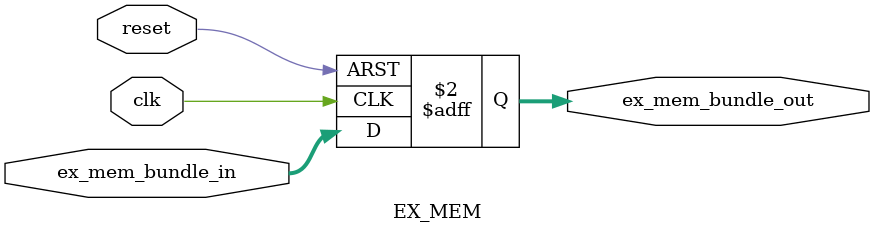
<source format=v>
`timescale 1ns / 1ps

module EX_MEM (
    input clk,
    input reset,                        // Reset signal to initialize outputs
    input [70:0] ex_mem_bundle_in,      // Reduced bundled input
    output reg [70:0] ex_mem_bundle_out // Reduced bundled output
);

    // Always block for updating output registers
    always @(posedge clk or posedge reset) begin
        if (reset) begin
            ex_mem_bundle_out <= 71'b0; // Initialize output to zero on reset
        end else begin
            ex_mem_bundle_out <= ex_mem_bundle_in; // Latch input on rising clock edge
        end
    end
endmodule

</source>
